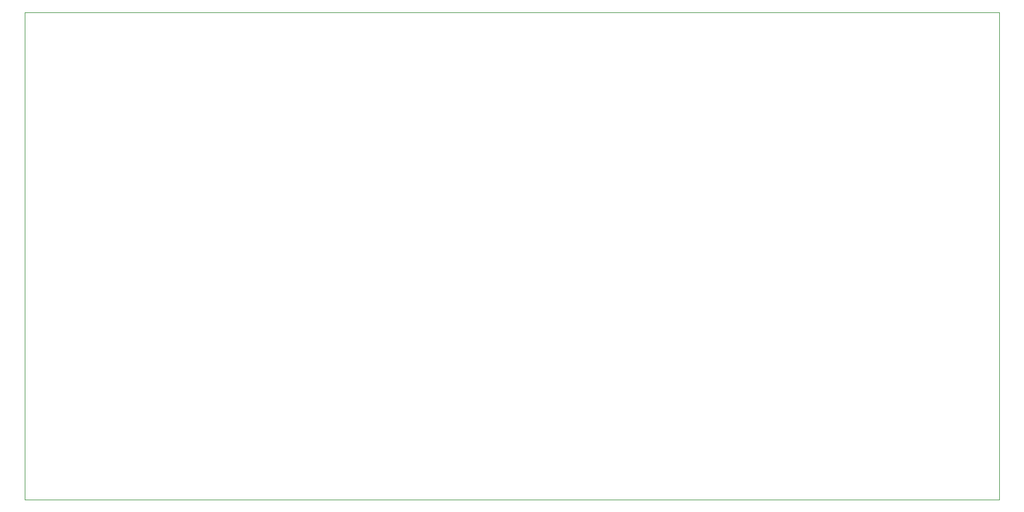
<source format=gbr>
%TF.GenerationSoftware,KiCad,Pcbnew,5.1.9*%
%TF.CreationDate,2021-03-01T17:05:04+00:00*%
%TF.ProjectId,TSAL,5453414c-2e6b-4696-9361-645f70636258,rev?*%
%TF.SameCoordinates,PX42c1d80PY42c1d80*%
%TF.FileFunction,Profile,NP*%
%FSLAX46Y46*%
G04 Gerber Fmt 4.6, Leading zero omitted, Abs format (unit mm)*
G04 Created by KiCad (PCBNEW 5.1.9) date 2021-03-01 17:05:04*
%MOMM*%
%LPD*%
G01*
G04 APERTURE LIST*
%TA.AperFunction,Profile*%
%ADD10C,0.050000*%
%TD*%
G04 APERTURE END LIST*
D10*
X0Y-70000000D02*
X0Y0D01*
X140000000Y-70000000D02*
X0Y-70000000D01*
X140000000Y0D02*
X140000000Y-70000000D01*
X0Y0D02*
X140000000Y0D01*
M02*

</source>
